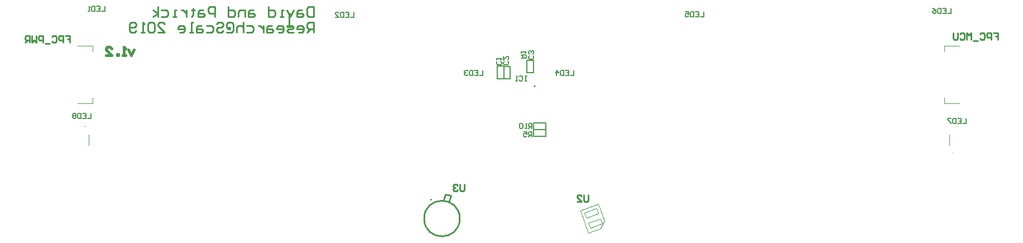
<source format=gbo>
G04*
G04 #@! TF.GenerationSoftware,Altium Limited,Altium Designer,19.1.5 (86)*
G04*
G04 Layer_Color=32896*
%FSLAX24Y24*%
%MOIN*%
G70*
G01*
G75*
%ADD10C,0.0039*%
%ADD11C,0.0100*%
%ADD20C,0.0060*%
%ADD62C,0.0079*%
%ADD63C,0.0150*%
D10*
X25943Y-6387D02*
G03*
X25904Y-6387I-20J0D01*
G01*
D02*
G03*
X25943Y-6387I20J0D01*
G01*
X-25896Y-4813D02*
G03*
X-25936Y-4813I-20J0D01*
G01*
D02*
G03*
X-25896Y-4813I20J0D01*
G01*
X25409Y13D02*
X26301D01*
X25409Y-322D02*
Y13D01*
Y-3413D02*
X26301D01*
X25409D02*
Y-3078D01*
X25707Y-5915D02*
Y-5285D01*
X-26343Y-3413D02*
X-25451D01*
Y-3078D01*
X-26343Y13D02*
X-25451D01*
Y-322D02*
Y13D01*
X-25699Y-5915D02*
Y-5285D01*
X3660Y-9823D02*
X4733Y-9432D01*
X4736Y-9434D01*
X5093Y-10416D01*
X4873Y-10890D02*
X5093Y-10416D01*
X4145Y-11155D02*
X4873Y-10890D01*
X3660Y-9823D02*
X4145Y-11155D01*
X3922Y-9947D02*
X4625Y-9692D01*
X4632Y-9695D01*
X4738Y-9986D01*
X4030Y-10244D02*
X4738Y-9986D01*
X3922Y-9947D02*
X4030Y-10244D01*
X4153Y-10566D02*
X4261Y-10862D01*
X4969Y-10604D01*
X4863Y-10313D02*
X4969Y-10604D01*
X4153Y-10566D02*
X4856Y-10310D01*
D11*
X-5235Y-9167D02*
G03*
X-5235Y-9167I-13J0D01*
G01*
X-3533Y-10300D02*
G03*
X-3533Y-10300I-1063J0D01*
G01*
X-4481Y-9203D02*
X-4385Y-8844D01*
X-4069Y-8929D01*
X-4175Y-9324D02*
X-4069Y-8929D01*
X-12254Y800D02*
Y1400D01*
X-12554D01*
X-12654Y1300D01*
Y1100D01*
X-12554Y1000D01*
X-12254D01*
X-12454D02*
X-12654Y800D01*
X-13154D02*
X-12954D01*
X-12854Y900D01*
Y1100D01*
X-12954Y1200D01*
X-13154D01*
X-13254Y1100D01*
Y1000D01*
X-12854D01*
X-13453Y800D02*
X-13753D01*
X-13853Y900D01*
X-13753Y1000D01*
X-13553D01*
X-13453Y1100D01*
X-13553Y1200D01*
X-13853D01*
X-14353Y800D02*
X-14153D01*
X-14053Y900D01*
Y1100D01*
X-14153Y1200D01*
X-14353D01*
X-14453Y1100D01*
Y1000D01*
X-14053D01*
X-14753Y1200D02*
X-14953D01*
X-15053Y1100D01*
Y800D01*
X-14753D01*
X-14653Y900D01*
X-14753Y1000D01*
X-15053D01*
X-15253Y1200D02*
Y800D01*
Y1000D01*
X-15353Y1100D01*
X-15453Y1200D01*
X-15553D01*
X-16253D02*
X-15953D01*
X-15853Y1100D01*
Y900D01*
X-15953Y800D01*
X-16253D01*
X-16452Y1400D02*
Y800D01*
Y1100D01*
X-16552Y1200D01*
X-16752D01*
X-16852Y1100D01*
Y800D01*
X-17352Y1000D02*
Y1100D01*
X-17252D01*
Y1000D01*
X-17352D01*
X-17452Y1100D01*
Y1300D01*
X-17352Y1400D01*
X-17152D01*
X-17052Y1300D01*
Y900D01*
X-17152Y800D01*
X-17452D01*
X-18052Y1300D02*
X-17952Y1400D01*
X-17752D01*
X-17652Y1300D01*
Y1200D01*
X-17752Y1100D01*
X-17952D01*
X-18052Y1000D01*
Y900D01*
X-17952Y800D01*
X-17752D01*
X-17652Y900D01*
X-18652Y1200D02*
X-18352D01*
X-18252Y1100D01*
Y900D01*
X-18352Y800D01*
X-18652D01*
X-18952Y1200D02*
X-19152D01*
X-19252Y1100D01*
Y800D01*
X-18952D01*
X-18852Y900D01*
X-18952Y1000D01*
X-19252D01*
X-19451Y800D02*
X-19651D01*
X-19551D01*
Y1400D01*
X-19451D01*
X-20251Y800D02*
X-20051D01*
X-19951Y900D01*
Y1100D01*
X-20051Y1200D01*
X-20251D01*
X-20351Y1100D01*
Y1000D01*
X-19951D01*
X-21551Y800D02*
X-21151D01*
X-21551Y1200D01*
Y1300D01*
X-21451Y1400D01*
X-21251D01*
X-21151Y1300D01*
X-21751D02*
X-21851Y1400D01*
X-22051D01*
X-22151Y1300D01*
Y900D01*
X-22051Y800D01*
X-21851D01*
X-21751Y900D01*
Y1300D01*
X-22351Y800D02*
X-22550D01*
X-22451D01*
Y1400D01*
X-22351Y1300D01*
X-22850Y900D02*
X-22950Y800D01*
X-23150D01*
X-23250Y900D01*
Y1300D01*
X-23150Y1400D01*
X-22950D01*
X-22850Y1300D01*
Y1200D01*
X-22950Y1100D01*
X-23250D01*
X-12254Y2350D02*
Y1750D01*
X-12554D01*
X-12654Y1850D01*
Y2250D01*
X-12554Y2350D01*
X-12254D01*
X-12954Y2150D02*
X-13154D01*
X-13254Y2050D01*
Y1750D01*
X-12954D01*
X-12854Y1850D01*
X-12954Y1950D01*
X-13254D01*
X-13453Y2150D02*
X-13653Y1750D01*
X-13853Y2150D01*
X-14053Y1750D02*
X-14253D01*
X-14153D01*
Y2150D01*
X-14053D01*
X-14953Y2350D02*
Y1750D01*
X-14653D01*
X-14553Y1850D01*
Y2050D01*
X-14653Y2150D01*
X-14953D01*
X-15853D02*
X-16053D01*
X-16153Y2050D01*
Y1750D01*
X-15853D01*
X-15753Y1850D01*
X-15853Y1950D01*
X-16153D01*
X-16352Y1750D02*
Y2150D01*
X-16652D01*
X-16752Y2050D01*
Y1750D01*
X-17352Y2350D02*
Y1750D01*
X-17052D01*
X-16952Y1850D01*
Y2050D01*
X-17052Y2150D01*
X-17352D01*
X-18152Y1750D02*
Y2350D01*
X-18452D01*
X-18552Y2250D01*
Y2050D01*
X-18452Y1950D01*
X-18152D01*
X-18852Y2150D02*
X-19052D01*
X-19152Y2050D01*
Y1750D01*
X-18852D01*
X-18752Y1850D01*
X-18852Y1950D01*
X-19152D01*
X-19451Y2250D02*
Y2150D01*
X-19352D01*
X-19551D01*
X-19451D01*
Y1850D01*
X-19551Y1750D01*
X-19851Y2150D02*
Y1750D01*
Y1950D01*
X-19951Y2050D01*
X-20051Y2150D01*
X-20151D01*
X-20451Y1750D02*
X-20651D01*
X-20551D01*
Y2150D01*
X-20451D01*
X-21351D02*
X-21051D01*
X-20951Y2050D01*
Y1850D01*
X-21051Y1750D01*
X-21351D01*
X-21551D02*
Y2350D01*
Y1950D02*
X-21851Y2150D01*
X-21551Y1950D02*
X-21851Y1750D01*
X-13596Y1150D02*
X-13863D01*
X-13729D01*
Y1950D01*
X-13596Y1816D01*
X28353Y780D02*
X28620D01*
Y580D01*
X28487D01*
X28620D01*
Y380D01*
X28220D02*
Y780D01*
X28020D01*
X27954Y713D01*
Y580D01*
X28020Y513D01*
X28220D01*
X27554Y713D02*
X27620Y780D01*
X27754D01*
X27820Y713D01*
Y447D01*
X27754Y380D01*
X27620D01*
X27554Y447D01*
X27420Y313D02*
X27154D01*
X27021Y380D02*
Y780D01*
X26887Y647D01*
X26754Y780D01*
Y380D01*
X26354Y713D02*
X26421Y780D01*
X26554D01*
X26621Y713D01*
Y447D01*
X26554Y380D01*
X26421D01*
X26354Y447D01*
X26221Y780D02*
Y447D01*
X26154Y380D01*
X26021D01*
X25954Y447D01*
Y780D01*
X-27087Y600D02*
X-26820D01*
Y400D01*
X-26953D01*
X-26820D01*
Y200D01*
X-27220D02*
Y600D01*
X-27420D01*
X-27486Y533D01*
Y400D01*
X-27420Y333D01*
X-27220D01*
X-27886Y533D02*
X-27820Y600D01*
X-27686D01*
X-27620Y533D01*
Y267D01*
X-27686Y200D01*
X-27820D01*
X-27886Y267D01*
X-28020Y133D02*
X-28286D01*
X-28419Y200D02*
Y600D01*
X-28619D01*
X-28686Y533D01*
Y400D01*
X-28619Y333D01*
X-28419D01*
X-28819Y600D02*
Y200D01*
X-28953Y333D01*
X-29086Y200D01*
Y600D01*
X-29219Y200D02*
Y600D01*
X-29419D01*
X-29486Y533D01*
Y400D01*
X-29419Y333D01*
X-29219D01*
X-29353D02*
X-29486Y200D01*
X-3246Y-8250D02*
Y-8583D01*
X-3313Y-8650D01*
X-3446D01*
X-3513Y-8583D01*
Y-8250D01*
X-3646Y-8317D02*
X-3713Y-8250D01*
X-3846D01*
X-3913Y-8317D01*
Y-8383D01*
X-3846Y-8450D01*
X-3779D01*
X-3846D01*
X-3913Y-8517D01*
Y-8583D01*
X-3846Y-8650D01*
X-3713D01*
X-3646Y-8583D01*
X4154Y-8900D02*
Y-9233D01*
X4087Y-9300D01*
X3954D01*
X3887Y-9233D01*
Y-8900D01*
X3487Y-9300D02*
X3754D01*
X3487Y-9033D01*
Y-8967D01*
X3554Y-8900D01*
X3687D01*
X3754Y-8967D01*
D20*
X872Y-4603D02*
X1620D01*
X872Y-4997D02*
Y-4603D01*
Y-4997D02*
X1620D01*
Y-4603D01*
X876Y-5003D02*
X1624D01*
X876Y-5397D02*
Y-5003D01*
Y-5397D02*
X1624D01*
Y-5003D01*
X-903Y-1954D02*
Y-1206D01*
X-1297D02*
X-903D01*
X-1297Y-1954D02*
Y-1206D01*
Y-1954D02*
X-903D01*
X-513Y-1974D02*
Y-1226D01*
X-907D02*
X-513D01*
X-907Y-1974D02*
Y-1226D01*
Y-1974D02*
X-513D01*
X483Y-1594D02*
Y-846D01*
Y-1594D02*
X877D01*
Y-846D01*
X483D02*
X877D01*
X25820Y2244D02*
Y1944D01*
X25620D01*
X25320Y2244D02*
X25520D01*
Y1944D01*
X25320D01*
X25520Y2094D02*
X25420D01*
X25220Y2244D02*
Y1944D01*
X25070D01*
X25020Y1994D01*
Y2194D01*
X25070Y2244D01*
X25220D01*
X24720D02*
X24820Y2194D01*
X24920Y2094D01*
Y1994D01*
X24870Y1944D01*
X24770D01*
X24720Y1994D01*
Y2044D01*
X24770Y2094D01*
X24920D01*
X11040Y2040D02*
Y1740D01*
X10840D01*
X10540Y2040D02*
X10740D01*
Y1740D01*
X10540D01*
X10740Y1890D02*
X10640D01*
X10440Y2040D02*
Y1740D01*
X10290D01*
X10240Y1790D01*
Y1990D01*
X10290Y2040D01*
X10440D01*
X9940D02*
X10140D01*
Y1890D01*
X10040Y1940D01*
X9990D01*
X9940Y1890D01*
Y1790D01*
X9990Y1740D01*
X10090D01*
X10140Y1790D01*
X-9860Y2020D02*
Y1720D01*
X-10060D01*
X-10360Y2020D02*
X-10160D01*
Y1720D01*
X-10360D01*
X-10160Y1870D02*
X-10260D01*
X-10460Y2020D02*
Y1720D01*
X-10610D01*
X-10660Y1770D01*
Y1970D01*
X-10610Y2020D01*
X-10460D01*
X-10960Y1720D02*
X-10760D01*
X-10960Y1920D01*
Y1970D01*
X-10910Y2020D01*
X-10810D01*
X-10760Y1970D01*
X-24720Y2360D02*
Y2060D01*
X-24920D01*
X-25220Y2360D02*
X-25020D01*
Y2060D01*
X-25220D01*
X-25020Y2210D02*
X-25120D01*
X-25320Y2360D02*
Y2060D01*
X-25470D01*
X-25520Y2110D01*
Y2310D01*
X-25470Y2360D01*
X-25320D01*
X-25620Y2060D02*
X-25720D01*
X-25670D01*
Y2360D01*
X-25620Y2310D01*
X-2146Y-1450D02*
Y-1750D01*
X-2346D01*
X-2646Y-1450D02*
X-2446D01*
Y-1750D01*
X-2646D01*
X-2446Y-1600D02*
X-2546D01*
X-2746Y-1450D02*
Y-1750D01*
X-2896D01*
X-2946Y-1700D01*
Y-1500D01*
X-2896Y-1450D01*
X-2746D01*
X-3046Y-1500D02*
X-3096Y-1450D01*
X-3196D01*
X-3246Y-1500D01*
Y-1550D01*
X-3196Y-1600D01*
X-3146D01*
X-3196D01*
X-3246Y-1650D01*
Y-1700D01*
X-3196Y-1750D01*
X-3096D01*
X-3046Y-1700D01*
X3284Y-1450D02*
Y-1750D01*
X3084D01*
X2784Y-1450D02*
X2984D01*
Y-1750D01*
X2784D01*
X2984Y-1600D02*
X2884D01*
X2684Y-1450D02*
Y-1750D01*
X2534D01*
X2484Y-1700D01*
Y-1500D01*
X2534Y-1450D01*
X2684D01*
X2234Y-1750D02*
Y-1450D01*
X2384Y-1600D01*
X2184D01*
X780Y-4920D02*
Y-4620D01*
X630D01*
X580Y-4670D01*
Y-4770D01*
X630Y-4820D01*
X780D01*
X680D02*
X580Y-4920D01*
X480D02*
X380D01*
X430D01*
Y-4620D01*
X480Y-4670D01*
X230D02*
X180Y-4620D01*
X80D01*
X30Y-4670D01*
Y-4870D01*
X80Y-4920D01*
X180D01*
X230Y-4870D01*
Y-4670D01*
X775Y-5415D02*
Y-5115D01*
X625D01*
X575Y-5165D01*
Y-5265D01*
X625Y-5315D01*
X775D01*
X675D02*
X575Y-5415D01*
X275Y-5115D02*
X475D01*
Y-5265D01*
X375Y-5215D01*
X325D01*
X275Y-5265D01*
Y-5365D01*
X325Y-5415D01*
X425D01*
X475Y-5365D01*
X140Y-720D02*
X440D01*
Y-570D01*
X390Y-520D01*
X290D01*
X240Y-570D01*
Y-720D01*
Y-620D02*
X140Y-520D01*
Y-420D02*
Y-320D01*
Y-370D01*
X440D01*
X390Y-420D01*
X-25546Y-4020D02*
Y-4320D01*
X-25746D01*
X-26046Y-4020D02*
X-25846D01*
Y-4320D01*
X-26046D01*
X-25846Y-4170D02*
X-25946D01*
X-26146Y-4020D02*
Y-4320D01*
X-26296D01*
X-26346Y-4270D01*
Y-4070D01*
X-26296Y-4020D01*
X-26146D01*
X-26446Y-4070D02*
X-26496Y-4020D01*
X-26596D01*
X-26646Y-4070D01*
Y-4120D01*
X-26596Y-4170D01*
X-26646Y-4220D01*
Y-4270D01*
X-26596Y-4320D01*
X-26496D01*
X-26446Y-4270D01*
Y-4220D01*
X-26496Y-4170D01*
X-26446Y-4120D01*
Y-4070D01*
X-26496Y-4170D02*
X-26596D01*
X26720Y-4340D02*
Y-4640D01*
X26520D01*
X26220Y-4340D02*
X26420D01*
Y-4640D01*
X26220D01*
X26420Y-4490D02*
X26320D01*
X26120Y-4340D02*
Y-4640D01*
X25970D01*
X25920Y-4590D01*
Y-4390D01*
X25970Y-4340D01*
X26120D01*
X25820D02*
X25620D01*
Y-4390D01*
X25820Y-4590D01*
Y-4640D01*
X830Y-580D02*
X880Y-630D01*
Y-730D01*
X830Y-780D01*
X630D01*
X580Y-730D01*
Y-630D01*
X630Y-580D01*
X830Y-480D02*
X880Y-430D01*
Y-330D01*
X830Y-280D01*
X780D01*
X730Y-330D01*
Y-380D01*
Y-330D01*
X680Y-280D01*
X630D01*
X580Y-330D01*
Y-430D01*
X630Y-480D01*
X-670Y-916D02*
X-620Y-966D01*
Y-1066D01*
X-670Y-1116D01*
X-870D01*
X-920Y-1066D01*
Y-966D01*
X-870Y-916D01*
X-920Y-616D02*
Y-816D01*
X-720Y-616D01*
X-670D01*
X-620Y-666D01*
Y-766D01*
X-670Y-816D01*
X-1090Y-920D02*
X-1040Y-970D01*
Y-1070D01*
X-1090Y-1120D01*
X-1290D01*
X-1340Y-1070D01*
Y-970D01*
X-1290Y-920D01*
X-1340Y-820D02*
Y-720D01*
Y-770D01*
X-1040D01*
X-1090Y-820D01*
X460Y-1780D02*
X360D01*
X410D01*
Y-2080D01*
X460D01*
X360D01*
X10Y-1830D02*
X60Y-1780D01*
X160D01*
X210Y-1830D01*
Y-2030D01*
X160Y-2080D01*
X60D01*
X10Y-2030D01*
X-90Y-2080D02*
X-190D01*
X-140D01*
Y-1780D01*
X-90Y-1830D01*
D62*
X984Y-2413D02*
G03*
X984Y-2413I-39J0D01*
G01*
D63*
X-23000Y-227D02*
X-23167Y-560D01*
X-23333Y-227D01*
X-23500Y-560D02*
X-23666D01*
X-23583D01*
Y-60D01*
X-23500Y-143D01*
X-23916Y-560D02*
Y-477D01*
X-24000D01*
Y-560D01*
X-23916D01*
X-24666D02*
X-24333D01*
X-24666Y-227D01*
Y-143D01*
X-24583Y-60D01*
X-24416D01*
X-24333Y-143D01*
M02*

</source>
